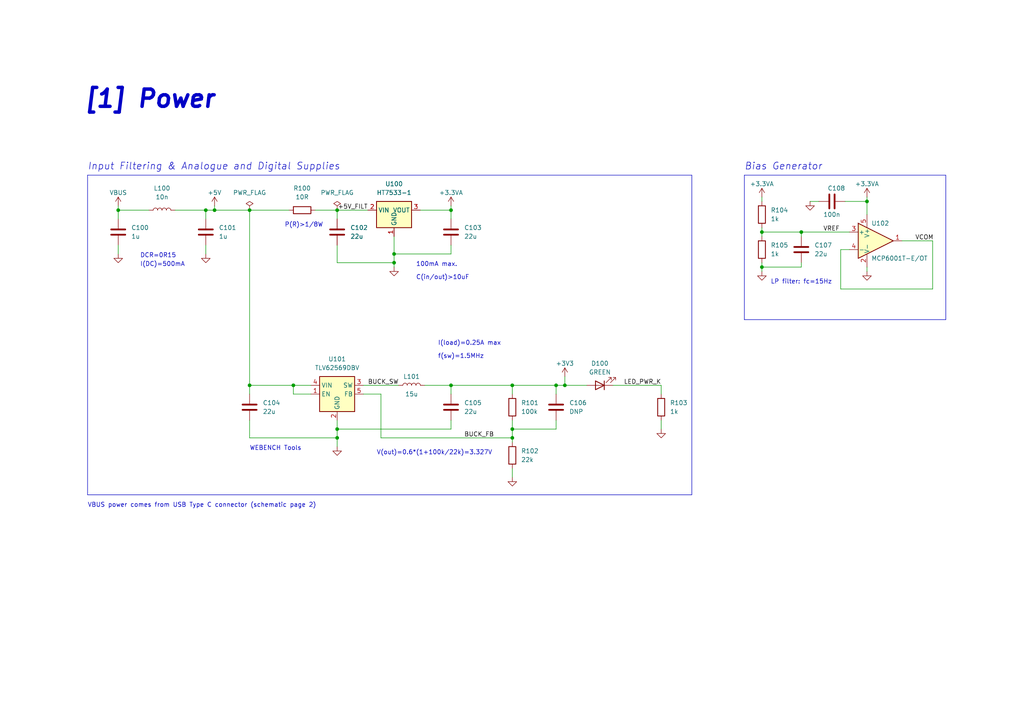
<source format=kicad_sch>
(kicad_sch (version 20230121) (generator eeschema)
  (paper "A4")
  (title_block (title "Mixed-Signal Demo PCB") (rev "0.1") (company "Phil's Lab"))
  (lib_symbols
    (symbol "+3.3VA_1" (power) (pin_names (offset 0))
      (property "Value" "+3.3VA_1" (at 0 3.556 0))
      (symbol "+3.3VA_1_0_1"
        (polyline (pts (xy -0.762 1.27) (xy 0 2.54)))
        (polyline (pts (xy 0 0) (xy 0 2.54)))
        (polyline (pts (xy 0 2.54) (xy 0.762 1.27)))
      )
      (symbol "+3.3VA_1_1_1"
        (pin power_in line (at 0 0 90) (length 0) hide (name "+3.3VA") (number "1"))
      )
    )
    (symbol "+3.3VA_2" (power) (pin_names (offset 0))
      (property "Value" "+3.3VA_2" (at 0 3.556 0))
      (symbol "+3.3VA_2_0_1"
        (polyline (pts (xy -0.762 1.27) (xy 0 2.54)))
        (polyline (pts (xy 0 0) (xy 0 2.54)))
        (polyline (pts (xy 0 2.54) (xy 0.762 1.27)))
      )
      (symbol "+3.3VA_2_1_1"
        (pin power_in line (at 0 0 90) (length 0) hide (name "+3.3VA") (number "1"))
      )
    )
    (symbol "Amplifier_Operational:MCP6001-OT" (pin_names (offset 0.127))
      (property "Reference" "U" (at -1.27 6.35 0))
      (property "Value" "MCP6001-OT" (at -1.27 3.81 0))
      (symbol "MCP6001-OT_0_1"
        (polyline (pts (xy -5.08 5.08) (xy 5.08 0) (xy -5.08 -5.08) (xy -5.08 5.08)) (stroke (width 0.254)) (fill (type background)))
        (pin power_in line (at -2.54 -7.62 90) (length 3.81) (name "V-") (number "2"))
        (pin power_in line (at -2.54 7.62 270) (length 3.81) (name "V+") (number "5"))
      )
      (symbol "MCP6001-OT_1_1"
        (pin output line (at 7.62 0 180) (length 2.54) (name "~") (number "1"))
        (pin input line (at -7.62 2.54 0) (length 2.54) (name "+") (number "3"))
        (pin input line (at -7.62 -2.54 0) (length 2.54) (name "-") (number "4"))
      )
    )
    (symbol "Device:C" (pin_numbers hide) (pin_names (offset 0.254))
      (property "Reference" "C" (at 0.635 2.54 0))
      (property "Value" "C" (at 0.635 -2.54 0))
      (symbol "C_0_1"
        (polyline (pts (xy -2.032 -0.762) (xy 2.032 -0.762)) (stroke (width 0.508)))
        (polyline (pts (xy -2.032 0.762) (xy 2.032 0.762)) (stroke (width 0.508)))
      )
      (symbol "C_1_1"
        (pin passive line (at 0 3.81 270) (length 2.794) (name "~") (number "1"))
        (pin passive line (at 0 -3.81 90) (length 2.794) (name "~") (number "2"))
      )
    )
    (symbol "Device:L" (pin_numbers hide) (pin_names (offset 1.016) hide)
      (property "Reference" "L" (at -1.27 0 90))
      (property "Value" "L" (at 1.905 0 90))
      (symbol "L_0_1"
        (arc (start 0 -2.54) (mid 0.6323 -1.905) (end 0 -1.27))
        (arc (start 0 -1.27) (mid 0.6323 -0.635) (end 0 0))
        (arc (start 0 0) (mid 0.6323 0.635) (end 0 1.27))
        (arc (start 0 1.27) (mid 0.6323 1.905) (end 0 2.54))
      )
      (symbol "L_1_1"
        (pin passive line (at 0 3.81 270) (length 1.27) (name "1") (number "1"))
        (pin passive line (at 0 -3.81 90) (length 1.27) (name "2") (number "2"))
      )
    )
    (symbol "Device:LED" (pin_numbers hide) (pin_names (offset 1.016) hide)
      (property "Reference" "D" (at 0 2.54 0))
      (property "Value" "LED" (at 0 -2.54 0))
      (symbol "LED_0_1"
        (polyline (pts (xy -1.27 -1.27) (xy -1.27 1.27)) (stroke (width 0.254)))
        (polyline (pts (xy -1.27 0) (xy 1.27 0)))
        (polyline (pts (xy 1.27 -1.27) (xy 1.27 1.27) (xy -1.27 0) (xy 1.27 -1.27)) (stroke (width 0.254)))
        (polyline (pts (xy -3.048 -0.762) (xy -4.572 -2.286) (xy -3.81 -2.286) (xy -4.572 -2.286) (xy -4.572 -1.524)))
        (polyline (pts (xy -1.778 -0.762) (xy -3.302 -2.286) (xy -2.54 -2.286) (xy -3.302 -2.286) (xy -3.302 -1.524)))
      )
      (symbol "LED_1_1"
        (pin passive line (at -3.81 0 0) (length 2.54) (name "K") (number "1"))
        (pin passive line (at 3.81 0 180) (length 2.54) (name "A") (number "2"))
      )
    )
    (symbol "Device:R" (pin_numbers hide) (pin_names (offset 0))
      (property "Reference" "R" (at 2.032 0 90))
      (property "Value" "R" (at 0 0 90))
      (symbol "R_0_1"
        (rectangle (start -1.016 -2.54) (end 1.016 2.54) (stroke (width 0.254)))
      )
      (symbol "R_1_1"
        (pin passive line (at 0 3.81 270) (length 1.27) (name "~") (number "1"))
        (pin passive line (at 0 -3.81 90) (length 1.27) (name "~") (number "2"))
      )
    )
    (symbol "GND_1" (power) (pin_names (offset 0))
      (property "Value" "GND_1" (at 0 -3.81 0))
      (symbol "GND_1_0_1"
        (polyline (pts (xy 0 0) (xy 0 -1.27) (xy 1.27 -1.27) (xy 0 -2.54) (xy -1.27 -1.27) (xy 0 -1.27)))
      )
      (symbol "GND_1_1_1"
        (pin power_in line (at 0 0 270) (length 0) hide (name "GND") (number "1"))
      )
    )
    (symbol "GND_2" (power) (pin_names (offset 0))
      (property "Value" "GND_2" (at 0 -3.81 0))
      (symbol "GND_2_0_1"
        (polyline (pts (xy 0 0) (xy 0 -1.27) (xy 1.27 -1.27) (xy 0 -2.54) (xy -1.27 -1.27) (xy 0 -1.27)))
      )
      (symbol "GND_2_1_1"
        (pin power_in line (at 0 0 270) (length 0) hide (name "GND") (number "1"))
      )
    )
    (symbol "GND_3" (power) (pin_names (offset 0))
      (property "Value" "GND_3" (at 0 -3.81 0))
      (symbol "GND_3_0_1"
        (polyline (pts (xy 0 0) (xy 0 -1.27) (xy 1.27 -1.27) (xy 0 -2.54) (xy -1.27 -1.27) (xy 0 -1.27)))
      )
      (symbol "GND_3_1_1"
        (pin power_in line (at 0 0 270) (length 0) hide (name "GND") (number "1"))
      )
    )
    (symbol "GND_4" (power) (pin_names (offset 0))
      (property "Value" "GND_4" (at 0 -3.81 0))
      (symbol "GND_4_0_1"
        (polyline (pts (xy 0 0) (xy 0 -1.27) (xy 1.27 -1.27) (xy 0 -2.54) (xy -1.27 -1.27) (xy 0 -1.27)))
      )
      (symbol "GND_4_1_1"
        (pin power_in line (at 0 0 270) (length 0) hide (name "GND") (number "1"))
      )
    )
    (symbol "GND_5" (power) (pin_names (offset 0))
      (property "Value" "GND_5" (at 0 -3.81 0))
      (symbol "GND_5_0_1"
        (polyline (pts (xy 0 0) (xy 0 -1.27) (xy 1.27 -1.27) (xy 0 -2.54) (xy -1.27 -1.27) (xy 0 -1.27)))
      )
      (symbol "GND_5_1_1"
        (pin power_in line (at 0 0 270) (length 0) hide (name "GND") (number "1"))
      )
    )
    (symbol "GND_6" (power) (pin_names (offset 0))
      (property "Value" "GND_6" (at 0 -3.81 0))
      (symbol "GND_6_0_1"
        (polyline (pts (xy 0 0) (xy 0 -1.27) (xy 1.27 -1.27) (xy 0 -2.54) (xy -1.27 -1.27) (xy 0 -1.27)))
      )
      (symbol "GND_6_1_1"
        (pin power_in line (at 0 0 270) (length 0) hide (name "GND") (number "1"))
      )
    )
    (symbol "GND_7" (power) (pin_names (offset 0))
      (property "Value" "GND_7" (at 0 -3.81 0))
      (symbol "GND_7_0_1"
        (polyline (pts (xy 0 0) (xy 0 -1.27) (xy 1.27 -1.27) (xy 0 -2.54) (xy -1.27 -1.27) (xy 0 -1.27)))
      )
      (symbol "GND_7_1_1"
        (pin power_in line (at 0 0 270) (length 0) hide (name "GND") (number "1"))
      )
    )
    (symbol "GND_8" (power) (pin_names (offset 0))
      (property "Value" "GND_8" (at 0 -3.81 0))
      (symbol "GND_8_0_1"
        (polyline (pts (xy 0 0) (xy 0 -1.27) (xy 1.27 -1.27) (xy 0 -2.54) (xy -1.27 -1.27) (xy 0 -1.27)))
      )
      (symbol "GND_8_1_1"
        (pin power_in line (at 0 0 270) (length 0) hide (name "GND") (number "1"))
      )
    )
    (symbol "Regulator_Linear:HT75xx-1-SOT89"
      (property "Reference" "U" (at -5.08 -3.81 0))
      (property "Value" "HT75xx-1-SOT89" (at 0 6.35 0))
      (symbol "HT75xx-1-SOT89_0_1"
        (rectangle (start -5.08 5.08) (end 5.08 -2.54) (stroke (width 0.254)) (fill (type background)))
      )
      (symbol "HT75xx-1-SOT89_1_1"
        (pin power_in line (at 0 -5.08 90) (length 2.54) (name "GND") (number "1"))
        (pin power_in line (at -7.62 2.54 0) (length 2.54) (name "VIN") (number "2"))
        (pin power_out line (at 7.62 2.54 180) (length 2.54) (name "VOUT") (number "3"))
      )
    )
    (symbol "Regulator_Switching:TLV62569DBV"
      (property "Reference" "U" (at -5.08 6.35 0))
      (property "Value" "TLV62569DBV" (at 0 6.35 0))
      (symbol "TLV62569DBV_0_1"
        (rectangle (start -5.08 5.08) (end 5.08 -5.08) (stroke (width 0.254)) (fill (type background)))
      )
      (symbol "TLV62569DBV_1_1"
        (pin input line (at -7.62 0 0) (length 2.54) (name "EN") (number "1"))
        (pin power_in line (at 0 -7.62 90) (length 2.54) (name "GND") (number "2"))
        (pin power_out line (at 7.62 2.54 180) (length 2.54) (name "SW") (number "3"))
        (pin power_in line (at -7.62 2.54 0) (length 2.54) (name "VIN") (number "4"))
        (pin input line (at 7.62 0 180) (length 2.54) (name "FB") (number "5"))
      )
    )
    (symbol "power:+3.3VA" (power) (pin_names (offset 0))
      (property "Value" "+3.3VA" (at 0 3.556 0))
      (symbol "+3.3VA_0_1"
        (polyline (pts (xy -0.762 1.27) (xy 0 2.54)))
        (polyline (pts (xy 0 0) (xy 0 2.54)))
        (polyline (pts (xy 0 2.54) (xy 0.762 1.27)))
      )
      (symbol "+3.3VA_1_1"
        (pin power_in line (at 0 0 90) (length 0) hide (name "+3.3VA") (number "1"))
      )
    )
    (symbol "power:+3V3" (power) (pin_names (offset 0))
      (property "Value" "+3V3" (at 0 3.556 0))
      (symbol "+3V3_0_1"
        (polyline (pts (xy -0.762 1.27) (xy 0 2.54)))
        (polyline (pts (xy 0 0) (xy 0 2.54)))
        (polyline (pts (xy 0 2.54) (xy 0.762 1.27)))
      )
      (symbol "+3V3_1_1"
        (pin power_in line (at 0 0 90) (length 0) hide (name "+3V3") (number "1"))
      )
    )
    (symbol "power:+5V" (power) (pin_names (offset 0))
      (property "Value" "+5V" (at 0 3.556 0))
      (symbol "+5V_0_1"
        (polyline (pts (xy -0.762 1.27) (xy 0 2.54)))
        (polyline (pts (xy 0 0) (xy 0 2.54)))
        (polyline (pts (xy 0 2.54) (xy 0.762 1.27)))
      )
      (symbol "+5V_1_1"
        (pin power_in line (at 0 0 90) (length 0) hide (name "+5V") (number "1"))
      )
    )
    (symbol "power:GND" (power) (pin_names (offset 0))
      (property "Value" "GND" (at 0 -3.81 0))
      (symbol "GND_0_1"
        (polyline (pts (xy 0 0) (xy 0 -1.27) (xy 1.27 -1.27) (xy 0 -2.54) (xy -1.27 -1.27) (xy 0 -1.27)))
      )
      (symbol "GND_1_1"
        (pin power_in line (at 0 0 270) (length 0) hide (name "GND") (number "1"))
      )
    )
    (symbol "power:PWR_FLAG" (power) (pin_numbers hide) (pin_names (offset 0) hide)
      (property "Value" "PWR_FLAG" (at 0 3.81 0))
      (symbol "PWR_FLAG_0_0"
        (pin power_out line (at 0 0 90) (length 0) (name "pwr") (number "1"))
      )
      (symbol "PWR_FLAG_0_1"
        (polyline (pts (xy 0 0) (xy 0 1.27) (xy -1.016 1.905) (xy 0 2.54) (xy 1.016 1.905) (xy 0 1.27)))
      )
    )
    (symbol "power:VBUS" (power) (pin_names (offset 0))
      (property "Value" "VBUS" (at 0 3.81 0))
      (symbol "VBUS_0_1"
        (polyline (pts (xy -0.762 1.27) (xy 0 2.54)))
        (polyline (pts (xy 0 0) (xy 0 2.54)))
        (polyline (pts (xy 0 2.54) (xy 0.762 1.27)))
      )
      (symbol "VBUS_1_1"
        (pin power_in line (at 0 0 90) (length 0) hide (name "VBUS") (number "1"))
      )
    )
  )
  (junction (at 114.3 73.66))
  (junction (at 72.39 111.76))
  (junction (at 148.59 111.76))
  (junction (at 148.59 127))
  (junction (at 148.59 124.46))
  (junction (at 232.41 67.31))
  (junction (at 85.09 111.76))
  (junction (at 34.29 60.96))
  (junction (at 130.81 60.96))
  (junction (at 97.79 127))
  (junction (at 97.79 124.46))
  (junction (at 251.46 58.42))
  (junction (at 163.83 111.76))
  (junction (at 114.3 76.2))
  (junction (at 130.81 111.76))
  (junction (at 220.98 67.31))
  (junction (at 72.39 60.96))
  (junction (at 161.29 111.76))
  (junction (at 220.98 77.47))
  (junction (at 97.79 60.96))
  (junction (at 59.69 60.96))
  (junction (at 62.23 60.96))
  (wire (pts (xy 232.41 68.58) (xy 232.41 67.31)))
  (wire (pts (xy 261.62 69.85) (xy 270.51 69.85)))
  (wire (pts (xy 97.79 129.54) (xy 97.79 127)))
  (wire (pts (xy 72.39 111.76) (xy 85.09 111.76)))
  (wire (pts (xy 245.11 58.42) (xy 251.46 58.42)))
  (polyline (pts (xy 215.9 92.71) (xy 274.32 92.71)))
  (wire (pts (xy 232.41 77.47) (xy 220.98 77.47)))
  (polyline (pts (xy 200.66 50.8) (xy 25.4 50.8)))
  (wire (pts (xy 59.69 73.66) (xy 59.69 71.12)))
  (polyline (pts (xy 215.9 50.8) (xy 274.32 50.8)))
  (wire (pts (xy 220.98 78.74) (xy 220.98 77.47)))
  (wire (pts (xy 177.8 111.76) (xy 191.77 111.76)))
  (polyline (pts (xy 200.66 143.51) (xy 200.66 50.8)))
  (wire (pts (xy 148.59 124.46) (xy 148.59 127)))
  (wire (pts (xy 72.39 114.3) (xy 72.39 111.76)))
  (wire (pts (xy 234.95 58.42) (xy 237.49 58.42)))
  (wire (pts (xy 232.41 76.2) (xy 232.41 77.47)))
  (wire (pts (xy 148.59 127) (xy 110.49 127)))
  (wire (pts (xy 97.79 127) (xy 97.79 124.46)))
  (wire (pts (xy 91.44 60.96) (xy 97.79 60.96)))
  (wire (pts (xy 72.39 111.76) (xy 72.39 60.96)))
  (wire (pts (xy 251.46 58.42) (xy 251.46 62.23)))
  (polyline (pts (xy 25.4 50.8) (xy 25.4 143.51)))
  (wire (pts (xy 106.68 60.96) (xy 97.79 60.96)))
  (wire (pts (xy 114.3 73.66) (xy 114.3 76.2)))
  (wire (pts (xy 110.49 127) (xy 110.49 114.3)))
  (wire (pts (xy 130.81 124.46) (xy 97.79 124.46)))
  (wire (pts (xy 130.81 111.76) (xy 130.81 114.3)))
  (wire (pts (xy 34.29 60.96) (xy 34.29 63.5)))
  (wire (pts (xy 163.83 109.22) (xy 163.83 111.76)))
  (wire (pts (xy 59.69 63.5) (xy 59.69 60.96)))
  (wire (pts (xy 191.77 114.3) (xy 191.77 111.76)))
  (wire (pts (xy 72.39 127) (xy 72.39 121.92)))
  (wire (pts (xy 148.59 114.3) (xy 148.59 111.76)))
  (wire (pts (xy 114.3 76.2) (xy 97.79 76.2)))
  (wire (pts (xy 243.84 83.82) (xy 270.51 83.82)))
  (wire (pts (xy 34.29 60.96) (xy 43.18 60.96)))
  (wire (pts (xy 148.59 138.43) (xy 148.59 135.89)))
  (wire (pts (xy 232.41 67.31) (xy 246.38 67.31)))
  (wire (pts (xy 246.38 72.39) (xy 243.84 72.39)))
  (wire (pts (xy 62.23 60.96) (xy 59.69 60.96)))
  (wire (pts (xy 220.98 67.31) (xy 232.41 67.31)))
  (wire (pts (xy 97.79 60.96) (xy 97.79 63.5)))
  (wire (pts (xy 130.81 121.92) (xy 130.81 124.46)))
  (wire (pts (xy 34.29 59.69) (xy 34.29 60.96)))
  (wire (pts (xy 123.19 111.76) (xy 130.81 111.76)))
  (wire (pts (xy 97.79 71.12) (xy 97.79 76.2)))
  (wire (pts (xy 148.59 111.76) (xy 161.29 111.76)))
  (wire (pts (xy 85.09 114.3) (xy 90.17 114.3)))
  (wire (pts (xy 121.92 60.96) (xy 130.81 60.96)))
  (wire (pts (xy 85.09 114.3) (xy 85.09 111.76)))
  (polyline (pts (xy 215.9 50.8) (xy 215.9 92.71)))
  (wire (pts (xy 130.81 73.66) (xy 130.81 71.12)))
  (wire (pts (xy 220.98 77.47) (xy 220.98 76.2)))
  (wire (pts (xy 170.18 111.76) (xy 163.83 111.76)))
  (wire (pts (xy 115.57 111.76) (xy 105.41 111.76)))
  (polyline (pts (xy 274.32 92.71) (xy 274.32 50.8)))
  (polyline (pts (xy 25.4 143.51) (xy 200.66 143.51)))
  (wire (pts (xy 270.51 69.85) (xy 270.51 83.82)))
  (wire (pts (xy 148.59 127) (xy 148.59 128.27)))
  (wire (pts (xy 161.29 121.92) (xy 161.29 124.46)))
  (wire (pts (xy 220.98 68.58) (xy 220.98 67.31)))
  (wire (pts (xy 114.3 73.66) (xy 130.81 73.66)))
  (wire (pts (xy 97.79 124.46) (xy 97.79 121.92)))
  (wire (pts (xy 105.41 114.3) (xy 110.49 114.3)))
  (wire (pts (xy 251.46 58.42) (xy 251.46 57.15)))
  (wire (pts (xy 83.82 60.96) (xy 72.39 60.96)))
  (wire (pts (xy 220.98 66.04) (xy 220.98 67.31)))
  (wire (pts (xy 114.3 68.58) (xy 114.3 73.66)))
  (wire (pts (xy 97.79 127) (xy 72.39 127)))
  (wire (pts (xy 220.98 57.15) (xy 220.98 58.42)))
  (wire (pts (xy 163.83 111.76) (xy 161.29 111.76)))
  (wire (pts (xy 148.59 121.92) (xy 148.59 124.46)))
  (wire (pts (xy 62.23 59.69) (xy 62.23 60.96)))
  (wire (pts (xy 50.8 60.96) (xy 59.69 60.96)))
  (wire (pts (xy 161.29 111.76) (xy 161.29 114.3)))
  (wire (pts (xy 34.29 73.66) (xy 34.29 71.12)))
  (wire (pts (xy 148.59 124.46) (xy 161.29 124.46)))
  (wire (pts (xy 191.77 124.46) (xy 191.77 121.92)))
  (wire (pts (xy 85.09 111.76) (xy 90.17 111.76)))
  (wire (pts (xy 243.84 72.39) (xy 243.84 83.82)))
  (wire (pts (xy 130.81 63.5) (xy 130.81 60.96)))
  (wire (pts (xy 251.46 78.74) (xy 251.46 77.47)))
  (wire (pts (xy 72.39 60.96) (xy 62.23 60.96)))
  (wire (pts (xy 114.3 76.2) (xy 114.3 77.47)))
  (wire (pts (xy 148.59 111.76) (xy 130.81 111.76)))
  (wire (pts (xy 130.81 59.69) (xy 130.81 60.96)))
  (text "DCR=0R15" (at 40.64 74.93 0) (effects (font (size 1.27 1.27)) (justify left bottom)))
  (text "C(in/out)>10uF" (at 120.65 81.28 0) (effects (font (size 1.27 1.27)) (justify left bottom)))
  (text "V(out)=0.6*(1+100k/22k)=3.327V" (at 109.22 132.08 0) (effects (font (size 1.27 1.27)) (justify left bottom)))
  (text "I(DC)=500mA" (at 40.64 77.47 0) (effects (font (size 1.27 1.27)) (justify left bottom)))
  (text "Bias Generator" (at 215.9 49.53 0) (effects (font (size 2.0066 2.0066) italic) (justify left bottom)))
  (text "LP filter: fc=15Hz" (at 223.52 82.55 0) (effects (font (size 1.27 1.27)) (justify left bottom)))
  (text "100mA max." (at 120.65 77.47 0) (effects (font (size 1.27 1.27)) (justify left bottom)))
  (text "f(sw)=1.5MHz" (at 127 104.14 0) (effects (font (size 1.27 1.27)) (justify left bottom)))
  (text "VBUS power comes from USB Type C connector (schematic page 2)" (at 25.4 147.32 0) (effects (font (size 1.27 1.27)) (justify left bottom)))
  (text "P(R)>1/8W" (at 82.55 66.04 0) (effects (font (size 1.27 1.27)) (justify left bottom)))
  (text "I(load)=0.25A max" (at 127 100.33 0) (effects (font (size 1.27 1.27)) (justify left bottom)))
  (text "Input Filtering & Analogue and Digital Supplies" (at 25.4 49.53 0) (effects (font (size 2.0066 2.0066) italic) (justify left bottom)))
  (text "[1] Power" (at 24.13 31.75 0) (effects (font (size 5.0038 5.0038) (thickness 1.0008) bold italic) (justify left bottom)))
  (text "WEBENCH Tools" (at 72.39 130.81 0) (effects (font (size 1.27 1.27)) (justify left bottom)))
  (label "+5V_FILT" (at 106.68 60.96 180))
  (label "VREF" (at 238.76 67.31 0))
  (label "LED_PWR_K" (at 191.77 111.76 180))
  (label "BUCK_SW" (at 106.68 111.76 0))
  (label "BUCK_FB" (at 134.62 127 0))
  (label "VCOM" (at 265.43 69.85 0))
  (symbol (lib_id "power:GND") (at 114.3 77.47 0) (unit 1)
    (property "Reference" "#PWR010" (effects hide))
    (property "Value" "GND" (effects hide))
  )
  (symbol (lib_id "power:+3V3") (at 163.83 109.22 0) (unit 1)
    (property "Reference" "#PWR013" (effects hide))
    (property "Value" "+3V3" (at 163.83 105.41 0))
  )
  (symbol (lib_id "power:+5V") (at 62.23 59.69 0) (unit 1)
    (property "Reference" "#PWR05" (effects hide))
    (property "Value" "+5V" (at 62.23 55.88 0))
  )
  (symbol (lib_id "power:+3.3VA") (at 130.81 59.69 0) (unit 1)
    (property "Reference" "#PWR06" (effects hide))
    (property "Value" "+3.3VA" (at 130.81 55.88 0))
  )
  (symbol (lib_id "Regulator_Linear:HT75xx-1-SOT89") (at 114.3 63.5 0) (unit 1)
    (property "Reference" "U100" (at 114.3 53.34 0))
    (property "Value" "HT7533-1" (at 114.3 55.88 0))
    (property "Footprint" "Package_TO_SOT_SMD:SOT-89-3" (effects hide))
    (property "Datasheet" "https://www.holtek.com/documents/10179/116711/HT75xx-1v250.pdf" (effects hide))
    (property "Manufacturer" "Holtek" (effects hide))
    (property "Manufacturer Part Number" "HT7533-1-SOT89" (effects hide))
  )
  (symbol (lib_id "Device:C") (at 97.79 67.31 0) (unit 1)
    (property "Reference" "C102" (at 101.6 66.04 0) (effects (justify left)))
    (property "Value" "22u" (at 101.6 68.58 0) (effects (justify left)))
    (property "Footprint" "Capacitor_SMD:C_0805_2012Metric" (effects hide))
    (property "Manufacturer" "Samsung Electro-Mechanics" (effects hide))
    (property "Manufacturer Part Number" "CL21A226KPCLRNC" (effects hide))
  )
  (symbol (lib_id "Device:C") (at 130.81 67.31 0) (unit 1)
    (property "Reference" "C103" (at 134.62 66.04 0) (effects (justify left)))
    (property "Value" "22u" (at 134.62 68.58 0) (effects (justify left)))
    (property "Footprint" "Capacitor_SMD:C_0805_2012Metric" (effects hide))
    (property "Manufacturer" "Samsung Electro-Mechanics" (effects hide))
    (property "Manufacturer Part Number" "CL21A226KPCLRNC" (effects hide))
  )
  (symbol (lib_id "power:VBUS") (at 34.29 59.69 0) (unit 1)
    (property "Reference" "#PWR04" (effects hide))
    (property "Value" "VBUS" (at 34.29 55.88 0))
  )
  (symbol (lib_id "Device:C") (at 34.29 67.31 0) (mirror y) (unit 1)
    (property "Reference" "C100" (at 43.18 66.04 0) (effects (justify left)))
    (property "Value" "1u" (at 40.64 68.58 0) (effects (justify left)))
    (property "Footprint" "Capacitor_SMD:C_0603_1608Metric" (effects hide))
    (property "Manufacturer" "KEMET" (effects hide))
    (property "Manufacturer Part Number" "C0603C105K8RACAUTO7411" (effects hide))
  )
  (symbol (lib_id "Device:C") (at 59.69 67.31 0) (mirror y) (unit 1)
    (property "Reference" "C101" (at 68.58 66.04 0) (effects (justify left)))
    (property "Value" "1u" (at 66.04 68.58 0) (effects (justify left)))
    (property "Footprint" "Capacitor_SMD:C_0603_1608Metric" (effects hide))
    (property "Manufacturer" "KEMET" (effects hide))
    (property "Manufacturer Part Number" "C0603C105K8RACAUTO7411" (effects hide))
  )
  (symbol (lib_name "GND_8") (lib_id "power:GND") (at 34.29 73.66 0) (unit 1)
    (property "Reference" "#PWR08" (effects hide))
    (property "Value" "GND" (effects hide))
  )
  (symbol (lib_name "GND_7") (lib_id "power:GND") (at 59.69 73.66 0) (unit 1)
    (property "Reference" "#PWR09" (effects hide))
    (property "Value" "GND" (effects hide))
  )
  (symbol (lib_id "Device:R") (at 87.63 60.96 270) (unit 1)
    (property "Reference" "R100" (at 87.63 54.61 90))
    (property "Value" "10R" (at 87.63 57.15 90))
    (property "Footprint" "Resistor_SMD:R_0805_2012Metric" (effects hide))
    (property "Manufacturer" "Bourns" (effects hide))
    (property "Manufacturer Part Number" "CHP0805AJW-100ELF" (effects hide))
  )
  (symbol (lib_id "Amplifier_Operational:MCP6001-OT") (at 254 69.85 0) (unit 1)
    (property "Reference" "U102" (at 252.73 64.77 0) (effects (justify left)))
    (property "Value" "MCP6001T-E/OT" (at 252.73 74.93 0) (effects (justify left)))
    (property "Footprint" "Package_TO_SOT_SMD:SOT-23-5" (effects hide))
    (property "Datasheet" "http://ww1.microchip.com/downloads/en/DeviceDoc/21733j.pdf" (effects hide))
    (property "Manufacturer" "Microchip Technology " (effects hide))
    (property "Manufacturer Part Number" "MCP6001T-E/OT " (effects hide))
  )
  (symbol (lib_id "Device:C") (at 241.3 58.42 270) (unit 1)
    (property "Reference" "C108" (at 240.03 54.61 90) (effects (justify left)))
    (property "Value" "100n" (at 238.76 62.23 90) (effects (justify left)))
    (property "Footprint" "Capacitor_SMD:C_0402_1005Metric" (effects hide))
    (property "Manufacturer" "KEMET" (effects hide))
    (property "Manufacturer Part Number" "C0402C104K8RACAUTO" (effects hide))
  )
  (symbol (lib_name "GND_6") (lib_id "power:GND") (at 251.46 78.74 0) (unit 1)
    (property "Reference" "#PWR012" (effects hide))
    (property "Value" "GND" (effects hide))
  )
  (symbol (lib_name "GND_5") (lib_id "power:GND") (at 234.95 58.42 0) (unit 1)
    (property "Reference" "#PWR03" (effects hide))
    (property "Value" "GND" (effects hide))
  )
  (symbol (lib_name "+3.3VA_2") (lib_id "power:+3.3VA") (at 251.46 57.15 0) (unit 1)
    (property "Reference" "#PWR02" (effects hide))
    (property "Value" "+3.3VA" (at 251.46 53.34 0))
  )
  (symbol (lib_name "+3.3VA_1") (lib_id "power:+3.3VA") (at 220.98 57.15 0) (unit 1)
    (property "Reference" "#PWR01" (effects hide))
    (property "Value" "+3.3VA" (at 220.98 53.34 0))
  )
  (symbol (lib_id "Device:R") (at 220.98 62.23 180) (unit 1)
    (property "Reference" "R104" (at 223.52 60.96 0) (effects (justify right)))
    (property "Value" "1k" (at 223.52 63.5 0) (effects (justify right)))
    (property "Footprint" "Resistor_SMD:R_0402_1005Metric" (effects hide))
    (property "Manufacturer" "Bourns" (effects hide))
    (property "Manufacturer Part Number" "CR0402-JW-102GLF" (effects hide))
  )
  (symbol (lib_id "Device:R") (at 220.98 72.39 180) (unit 1)
    (property "Reference" "R105" (at 223.52 71.12 0) (effects (justify right)))
    (property "Value" "1k" (at 223.52 73.66 0) (effects (justify right)))
    (property "Footprint" "Resistor_SMD:R_0402_1005Metric" (effects hide))
    (property "Manufacturer" "Bourns" (effects hide))
    (property "Manufacturer Part Number" "CR0402-JW-102GLF" (effects hide))
  )
  (symbol (lib_id "Device:C") (at 232.41 72.39 0) (unit 1)
    (property "Reference" "C107" (at 236.22 71.12 0) (effects (justify left)))
    (property "Value" "22u" (at 236.22 73.66 0) (effects (justify left)))
    (property "Footprint" "Capacitor_SMD:C_0805_2012Metric" (effects hide))
    (property "Manufacturer" "Samsung Electro-Mechanics" (effects hide))
    (property "Manufacturer Part Number" "CL21A226KPCLRNC" (effects hide))
  )
  (symbol (lib_name "GND_4") (lib_id "power:GND") (at 220.98 78.74 0) (unit 1)
    (property "Reference" "#PWR011" (effects hide))
    (property "Value" "GND" (effects hide))
  )
  (symbol (lib_id "Regulator_Switching:TLV62569DBV") (at 97.79 114.3 0) (unit 1)
    (property "Reference" "U101" (at 97.79 104.14 0))
    (property "Value" "TLV62569DBV" (at 97.79 106.68 0))
    (property "Footprint" "Package_TO_SOT_SMD:SOT-23-5" (effects hide))
    (property "Datasheet" "http://www.ti.com/lit/ds/symlink/tlv62569.pdf" (effects hide))
    (property "Manufacturer" "Texas Instruments " (effects hide))
    (property "Manufacturer Part Number" "TLV62569DBVT" (effects hide))
  )
  (symbol (lib_id "Device:L") (at 119.38 111.76 90) (unit 1)
    (property "Reference" "L101" (at 119.38 109.22 90))
    (property "Value" "15u" (at 119.38 114.3 90))
    (property "Footprint" "PhilsLab_Footprints_KiCad6:MWSA0603S" (effects hide))
    (property "Manufacturer" "Shenzhen Sunlord Electronics" (effects hide))
    (property "Manufacturer Part Number" "MWSA0603S-150MT" (effects hide))
  )
  (symbol (lib_id "Device:C") (at 130.81 118.11 0) (unit 1)
    (property "Reference" "C105" (at 134.62 116.84 0) (effects (justify left)))
    (property "Value" "22u" (at 134.62 119.38 0) (effects (justify left)))
    (property "Footprint" "Capacitor_SMD:C_0805_2012Metric" (effects hide))
    (property "Manufacturer" "Samsung Electro-Mechanics" (effects hide))
    (property "Manufacturer Part Number" "CL21A226KPCLRNC" (effects hide))
  )
  (symbol (lib_id "Device:R") (at 148.59 118.11 180) (unit 1)
    (property "Reference" "R101" (at 151.13 116.84 0) (effects (justify right)))
    (property "Value" "100k" (at 151.13 119.38 0) (effects (justify right)))
    (property "Footprint" "Resistor_SMD:R_0402_1005Metric" (effects hide))
    (property "Manufacturer" "Panasonic" (effects hide))
    (property "Manufacturer Part Number" "ERJ-U02J104X" (effects hide))
  )
  (symbol (lib_name "GND_3") (lib_id "power:GND") (at 97.79 129.54 0) (unit 1)
    (property "Reference" "#PWR015" (effects hide))
    (property "Value" "GND" (effects hide))
  )
  (symbol (lib_id "Device:C") (at 72.39 118.11 0) (unit 1)
    (property "Reference" "C104" (at 76.2 116.84 0) (effects (justify left)))
    (property "Value" "22u" (at 76.2 119.38 0) (effects (justify left)))
    (property "Footprint" "Capacitor_SMD:C_0805_2012Metric" (effects hide))
    (property "Manufacturer" "Samsung Electro-Mechanics" (effects hide))
    (property "Manufacturer Part Number" "CL21A226KPCLRNC" (effects hide))
  )
  (symbol (lib_id "Device:R") (at 148.59 132.08 180) (unit 1)
    (property "Reference" "R102" (at 151.13 130.81 0) (effects (justify right)))
    (property "Value" "22k" (at 151.13 133.35 0) (effects (justify right)))
    (property "Footprint" "Resistor_SMD:R_0402_1005Metric" (effects hide))
    (property "Manufacturer" "Bourns" (effects hide))
    (property "Manufacturer Part Number" "CR0402-JW-223GLF" (effects hide))
  )
  (symbol (lib_id "Device:C") (at 161.29 118.11 0) (unit 1)
    (property "Reference" "C106" (at 165.1 116.84 0) (effects (justify left)))
    (property "Value" "DNP" (at 165.1 119.38 0) (effects (justify left)))
    (property "Footprint" "Capacitor_SMD:C_0402_1005Metric" (effects hide))
  )
  (symbol (lib_name "GND_2") (lib_id "power:GND") (at 148.59 138.43 0) (unit 1)
    (property "Reference" "#PWR016" (effects hide))
    (property "Value" "GND" (effects hide))
  )
  (symbol (lib_id "Device:LED") (at 173.99 111.76 180) (unit 1)
    (property "Reference" "D100" (at 173.99 105.41 0))
    (property "Value" "GREEN" (at 173.99 107.95 0))
    (property "Footprint" "LED_SMD:LED_0603_1608Metric" (effects hide))
  )
  (symbol (lib_id "Device:R") (at 191.77 118.11 180) (unit 1)
    (property "Reference" "R103" (at 194.31 116.84 0) (effects (justify right)))
    (property "Value" "1k" (at 194.31 119.38 0) (effects (justify right)))
    (property "Footprint" "Resistor_SMD:R_0402_1005Metric" (effects hide))
    (property "Manufacturer" "Bourns" (effects hide))
    (property "Manufacturer Part Number" "CR0402-JW-102GLF" (effects hide))
  )
  (symbol (lib_name "GND_1") (lib_id "power:GND") (at 191.77 124.46 0) (unit 1)
    (property "Reference" "#PWR014" (effects hide))
    (property "Value" "GND" (effects hide))
  )
  (symbol (lib_id "Device:L") (at 46.99 60.96 90) (unit 1)
    (property "Reference" "L100" (at 46.99 54.61 90))
    (property "Value" "10n" (at 46.99 57.15 90))
    (property "Footprint" "Inductor_SMD:L_0402_1005Metric" (effects hide))
    (property "Manufacturer" "ABRACON " (effects hide))
    (property "Manufacturer Part Number" "AISC-0402HP-10NJ-T" (effects hide))
  )
  (symbol (lib_id "power:PWR_FLAG") (at 97.79 60.96 0) (unit 1)
    (property "Reference" "#FLG04" (effects hide))
    (property "Value" "PWR_FLAG" (at 97.79 55.88 0))
  )
  (symbol (lib_id "power:PWR_FLAG") (at 72.39 60.96 0) (unit 1)
    (property "Reference" "#FLG05" (effects hide))
    (property "Value" "PWR_FLAG" (at 72.39 55.88 0))
  )
)
</source>
